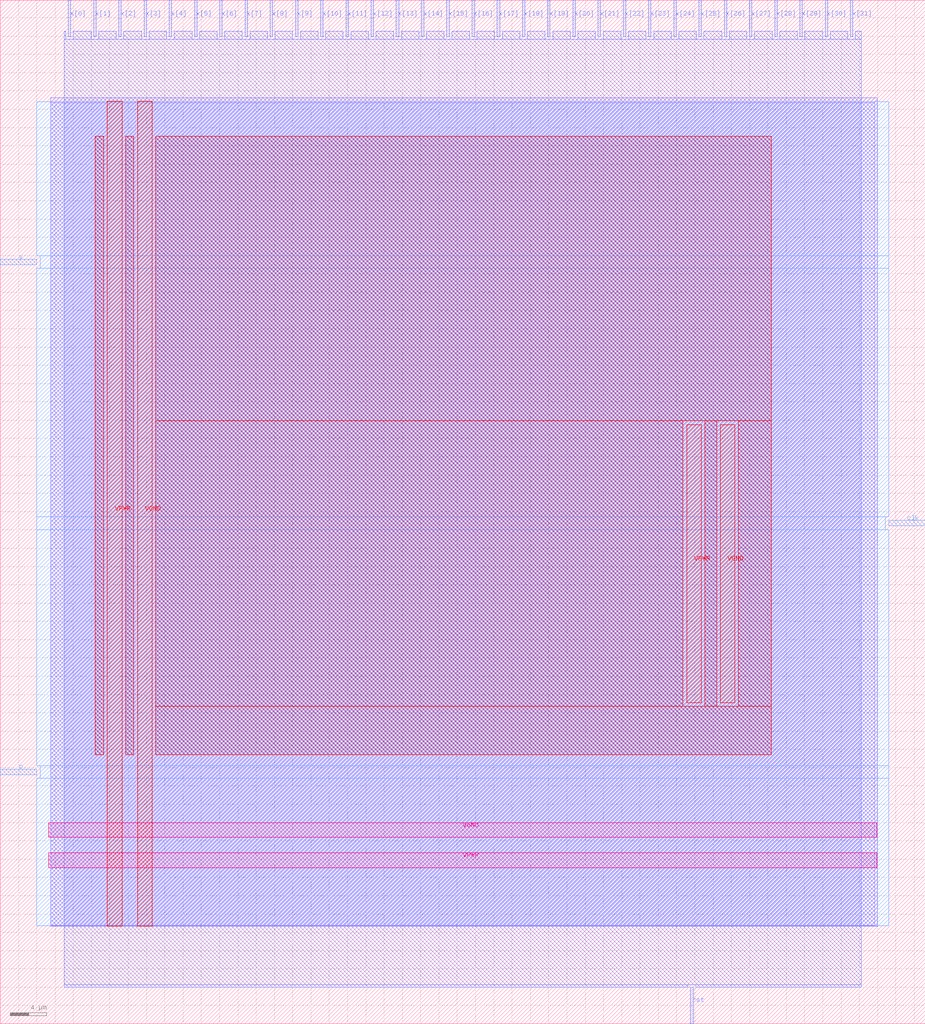
<source format=lef>
VERSION 5.7 ;
  NOWIREEXTENSIONATPIN ON ;
  DIVIDERCHAR "/" ;
  BUSBITCHARS "[]" ;
MACRO spm
  CLASS BLOCK ;
  FOREIGN spm ;
  ORIGIN 0.000 0.000 ;
  SIZE 101.205 BY 111.925 ;
  PIN VGND
    DIRECTION INOUT ;
    USE GROUND ;
    PORT
      LAYER met4 ;
        RECT 15.020 10.640 16.620 100.880 ;
    END
    PORT
      LAYER met5 ;
        RECT 5.280 20.380 95.920 21.980 ;
    END
    PORT
      LAYER met4 ;
        RECT 78.780 35.120 80.380 65.520 ;
    END
  END VGND
  PIN VPWR
    DIRECTION INOUT ;
    USE POWER ;
    PORT
      LAYER met4 ;
        RECT 11.720 10.640 13.320 100.880 ;
    END
    PORT
      LAYER met5 ;
        RECT 5.280 17.080 95.920 18.680 ;
    END
    PORT
      LAYER met4 ;
        RECT 75.100 35.120 76.700 65.520 ;
    END
  END VPWR
  PIN clk
    DIRECTION INPUT ;
    USE SIGNAL ;
    ANTENNAGATEAREA 0.852000 ;
    PORT
      LAYER met3 ;
        RECT 97.205 54.440 101.205 55.040 ;
    END
  END clk
  PIN p
    DIRECTION OUTPUT ;
    USE SIGNAL ;
    ANTENNADIFFAREA 0.795200 ;
    PORT
      LAYER met3 ;
        RECT 0.000 27.240 4.000 27.840 ;
    END
  END p
  PIN rst
    DIRECTION INPUT ;
    USE SIGNAL ;
    ANTENNAGATEAREA 0.196500 ;
    PORT
      LAYER met2 ;
        RECT 75.530 0.000 75.810 4.000 ;
    END
  END rst
  PIN x[0]
    DIRECTION INPUT ;
    USE SIGNAL ;
    ANTENNAGATEAREA 0.196500 ;
    PORT
      LAYER met2 ;
        RECT 7.450 107.925 7.730 111.925 ;
    END
  END x[0]
  PIN x[10]
    DIRECTION INPUT ;
    USE SIGNAL ;
    ANTENNAGATEAREA 0.196500 ;
    PORT
      LAYER met2 ;
        RECT 35.050 107.925 35.330 111.925 ;
    END
  END x[10]
  PIN x[11]
    DIRECTION INPUT ;
    USE SIGNAL ;
    ANTENNAGATEAREA 0.196500 ;
    PORT
      LAYER met2 ;
        RECT 37.810 107.925 38.090 111.925 ;
    END
  END x[11]
  PIN x[12]
    DIRECTION INPUT ;
    USE SIGNAL ;
    ANTENNAGATEAREA 0.196500 ;
    PORT
      LAYER met2 ;
        RECT 40.570 107.925 40.850 111.925 ;
    END
  END x[12]
  PIN x[13]
    DIRECTION INPUT ;
    USE SIGNAL ;
    ANTENNAGATEAREA 0.196500 ;
    PORT
      LAYER met2 ;
        RECT 43.330 107.925 43.610 111.925 ;
    END
  END x[13]
  PIN x[14]
    DIRECTION INPUT ;
    USE SIGNAL ;
    ANTENNAGATEAREA 0.196500 ;
    PORT
      LAYER met2 ;
        RECT 46.090 107.925 46.370 111.925 ;
    END
  END x[14]
  PIN x[15]
    DIRECTION INPUT ;
    USE SIGNAL ;
    ANTENNAGATEAREA 0.196500 ;
    PORT
      LAYER met2 ;
        RECT 48.850 107.925 49.130 111.925 ;
    END
  END x[15]
  PIN x[16]
    DIRECTION INPUT ;
    USE SIGNAL ;
    ANTENNAGATEAREA 0.196500 ;
    PORT
      LAYER met2 ;
        RECT 51.610 107.925 51.890 111.925 ;
    END
  END x[16]
  PIN x[17]
    DIRECTION INPUT ;
    USE SIGNAL ;
    ANTENNAGATEAREA 0.196500 ;
    PORT
      LAYER met2 ;
        RECT 54.370 107.925 54.650 111.925 ;
    END
  END x[17]
  PIN x[18]
    DIRECTION INPUT ;
    USE SIGNAL ;
    ANTENNAGATEAREA 0.196500 ;
    PORT
      LAYER met2 ;
        RECT 57.130 107.925 57.410 111.925 ;
    END
  END x[18]
  PIN x[19]
    DIRECTION INPUT ;
    USE SIGNAL ;
    ANTENNAGATEAREA 0.196500 ;
    PORT
      LAYER met2 ;
        RECT 59.890 107.925 60.170 111.925 ;
    END
  END x[19]
  PIN x[1]
    DIRECTION INPUT ;
    USE SIGNAL ;
    ANTENNAGATEAREA 0.196500 ;
    PORT
      LAYER met2 ;
        RECT 10.210 107.925 10.490 111.925 ;
    END
  END x[1]
  PIN x[20]
    DIRECTION INPUT ;
    USE SIGNAL ;
    ANTENNAGATEAREA 0.196500 ;
    PORT
      LAYER met2 ;
        RECT 62.650 107.925 62.930 111.925 ;
    END
  END x[20]
  PIN x[21]
    DIRECTION INPUT ;
    USE SIGNAL ;
    ANTENNAGATEAREA 0.196500 ;
    PORT
      LAYER met2 ;
        RECT 65.410 107.925 65.690 111.925 ;
    END
  END x[21]
  PIN x[22]
    DIRECTION INPUT ;
    USE SIGNAL ;
    ANTENNAGATEAREA 0.196500 ;
    PORT
      LAYER met2 ;
        RECT 68.170 107.925 68.450 111.925 ;
    END
  END x[22]
  PIN x[23]
    DIRECTION INPUT ;
    USE SIGNAL ;
    ANTENNAGATEAREA 0.196500 ;
    PORT
      LAYER met2 ;
        RECT 70.930 107.925 71.210 111.925 ;
    END
  END x[23]
  PIN x[24]
    DIRECTION INPUT ;
    USE SIGNAL ;
    ANTENNAGATEAREA 0.196500 ;
    PORT
      LAYER met2 ;
        RECT 73.690 107.925 73.970 111.925 ;
    END
  END x[24]
  PIN x[25]
    DIRECTION INPUT ;
    USE SIGNAL ;
    ANTENNAGATEAREA 0.196500 ;
    PORT
      LAYER met2 ;
        RECT 76.450 107.925 76.730 111.925 ;
    END
  END x[25]
  PIN x[26]
    DIRECTION INPUT ;
    USE SIGNAL ;
    ANTENNAGATEAREA 0.196500 ;
    PORT
      LAYER met2 ;
        RECT 79.210 107.925 79.490 111.925 ;
    END
  END x[26]
  PIN x[27]
    DIRECTION INPUT ;
    USE SIGNAL ;
    ANTENNAGATEAREA 0.196500 ;
    PORT
      LAYER met2 ;
        RECT 81.970 107.925 82.250 111.925 ;
    END
  END x[27]
  PIN x[28]
    DIRECTION INPUT ;
    USE SIGNAL ;
    ANTENNAGATEAREA 0.196500 ;
    PORT
      LAYER met2 ;
        RECT 84.730 107.925 85.010 111.925 ;
    END
  END x[28]
  PIN x[29]
    DIRECTION INPUT ;
    USE SIGNAL ;
    ANTENNAGATEAREA 0.196500 ;
    PORT
      LAYER met2 ;
        RECT 87.490 107.925 87.770 111.925 ;
    END
  END x[29]
  PIN x[2]
    DIRECTION INPUT ;
    USE SIGNAL ;
    ANTENNAGATEAREA 0.196500 ;
    PORT
      LAYER met2 ;
        RECT 12.970 107.925 13.250 111.925 ;
    END
  END x[2]
  PIN x[30]
    DIRECTION INPUT ;
    USE SIGNAL ;
    ANTENNAGATEAREA 0.196500 ;
    PORT
      LAYER met2 ;
        RECT 90.250 107.925 90.530 111.925 ;
    END
  END x[30]
  PIN x[31]
    DIRECTION INPUT ;
    USE SIGNAL ;
    ANTENNAGATEAREA 0.196500 ;
    PORT
      LAYER met2 ;
        RECT 93.010 107.925 93.290 111.925 ;
    END
  END x[31]
  PIN x[3]
    DIRECTION INPUT ;
    USE SIGNAL ;
    ANTENNAGATEAREA 0.196500 ;
    PORT
      LAYER met2 ;
        RECT 15.730 107.925 16.010 111.925 ;
    END
  END x[3]
  PIN x[4]
    DIRECTION INPUT ;
    USE SIGNAL ;
    ANTENNAGATEAREA 0.196500 ;
    PORT
      LAYER met2 ;
        RECT 18.490 107.925 18.770 111.925 ;
    END
  END x[4]
  PIN x[5]
    DIRECTION INPUT ;
    USE SIGNAL ;
    ANTENNAGATEAREA 0.196500 ;
    PORT
      LAYER met2 ;
        RECT 21.250 107.925 21.530 111.925 ;
    END
  END x[5]
  PIN x[6]
    DIRECTION INPUT ;
    USE SIGNAL ;
    ANTENNAGATEAREA 0.196500 ;
    PORT
      LAYER met2 ;
        RECT 24.010 107.925 24.290 111.925 ;
    END
  END x[6]
  PIN x[7]
    DIRECTION INPUT ;
    USE SIGNAL ;
    ANTENNAGATEAREA 0.196500 ;
    PORT
      LAYER met2 ;
        RECT 26.770 107.925 27.050 111.925 ;
    END
  END x[7]
  PIN x[8]
    DIRECTION INPUT ;
    USE SIGNAL ;
    ANTENNAGATEAREA 0.196500 ;
    PORT
      LAYER met2 ;
        RECT 29.530 107.925 29.810 111.925 ;
    END
  END x[8]
  PIN x[9]
    DIRECTION INPUT ;
    USE SIGNAL ;
    ANTENNAGATEAREA 0.196500 ;
    PORT
      LAYER met2 ;
        RECT 32.290 107.925 32.570 111.925 ;
    END
  END x[9]
  PIN y
    DIRECTION INPUT ;
    USE SIGNAL ;
    ANTENNAGATEAREA 0.196500 ;
    PORT
      LAYER met3 ;
        RECT 0.000 83.000 4.000 83.600 ;
    END
  END y
  OBS
      LAYER li1 ;
        RECT 5.520 10.795 95.680 100.725 ;
      LAYER met1 ;
        RECT 5.520 10.640 95.980 101.280 ;
      LAYER met2 ;
        RECT 6.990 107.645 7.170 108.530 ;
        RECT 8.010 107.645 9.930 108.530 ;
        RECT 10.770 107.645 12.690 108.530 ;
        RECT 13.530 107.645 15.450 108.530 ;
        RECT 16.290 107.645 18.210 108.530 ;
        RECT 19.050 107.645 20.970 108.530 ;
        RECT 21.810 107.645 23.730 108.530 ;
        RECT 24.570 107.645 26.490 108.530 ;
        RECT 27.330 107.645 29.250 108.530 ;
        RECT 30.090 107.645 32.010 108.530 ;
        RECT 32.850 107.645 34.770 108.530 ;
        RECT 35.610 107.645 37.530 108.530 ;
        RECT 38.370 107.645 40.290 108.530 ;
        RECT 41.130 107.645 43.050 108.530 ;
        RECT 43.890 107.645 45.810 108.530 ;
        RECT 46.650 107.645 48.570 108.530 ;
        RECT 49.410 107.645 51.330 108.530 ;
        RECT 52.170 107.645 54.090 108.530 ;
        RECT 54.930 107.645 56.850 108.530 ;
        RECT 57.690 107.645 59.610 108.530 ;
        RECT 60.450 107.645 62.370 108.530 ;
        RECT 63.210 107.645 65.130 108.530 ;
        RECT 65.970 107.645 67.890 108.530 ;
        RECT 68.730 107.645 70.650 108.530 ;
        RECT 71.490 107.645 73.410 108.530 ;
        RECT 74.250 107.645 76.170 108.530 ;
        RECT 77.010 107.645 78.930 108.530 ;
        RECT 79.770 107.645 81.690 108.530 ;
        RECT 82.530 107.645 84.450 108.530 ;
        RECT 85.290 107.645 87.210 108.530 ;
        RECT 88.050 107.645 89.970 108.530 ;
        RECT 90.810 107.645 92.730 108.530 ;
        RECT 93.570 107.645 94.200 108.530 ;
        RECT 6.990 4.280 94.200 107.645 ;
        RECT 6.990 4.000 75.250 4.280 ;
        RECT 76.090 4.000 94.200 4.280 ;
      LAYER met3 ;
        RECT 4.000 84.000 97.205 100.805 ;
        RECT 4.400 82.600 97.205 84.000 ;
        RECT 4.000 55.440 97.205 82.600 ;
        RECT 4.000 54.040 96.805 55.440 ;
        RECT 4.000 28.240 97.205 54.040 ;
        RECT 4.400 26.840 97.205 28.240 ;
        RECT 4.000 10.715 97.205 26.840 ;
      LAYER met4 ;
        RECT 10.415 29.415 11.320 97.065 ;
        RECT 13.720 29.415 14.620 97.065 ;
        RECT 17.020 65.920 84.345 97.065 ;
        RECT 17.020 34.720 74.700 65.920 ;
        RECT 77.100 34.720 78.380 65.920 ;
        RECT 80.780 34.720 84.345 65.920 ;
        RECT 17.020 29.415 84.345 34.720 ;
  END
END spm
END LIBRARY


</source>
